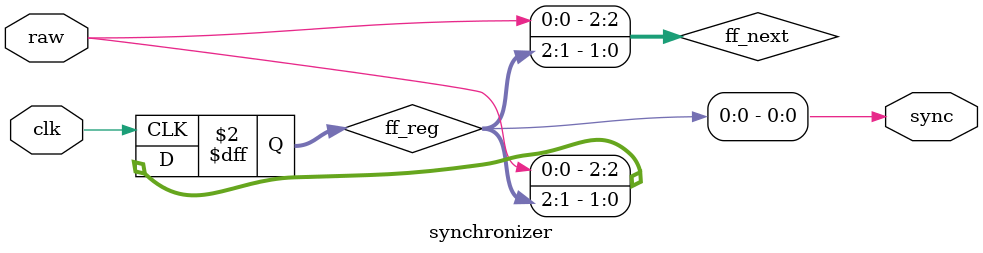
<source format=v>

`timescale 1 ps / 1 ps

module synchronizer(clk, raw, sync);
   input      clk;
   input      raw;
   output     sync;
   
   wire [2:0] ff_next;
   reg [2:0]  ff_reg;
   
   always @(posedge clk)
      
         ff_reg <= ff_next;
   
   assign ff_next = {raw, ff_reg[2:1]};
   
   assign sync = ff_reg[0];
   
endmodule



</source>
